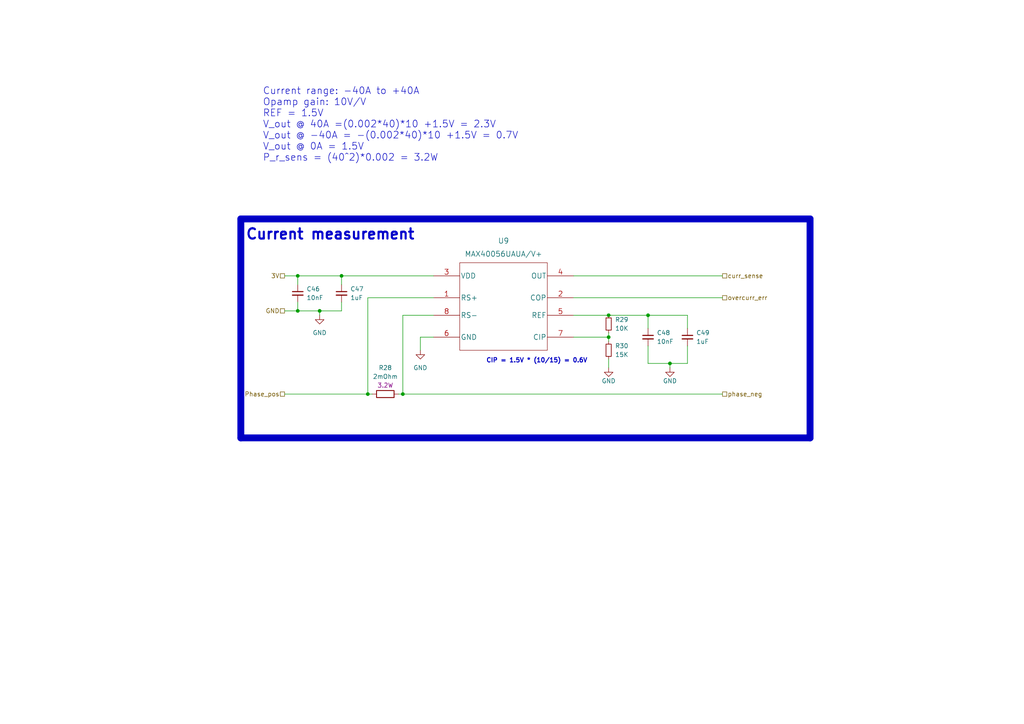
<source format=kicad_sch>
(kicad_sch (version 20211123) (generator eeschema)
  (paper "A4")
  (title_block (title "Current measurement") (date "2022-07-25") (rev "1"))
  (lib_symbols
    (symbol "Device:C_Small" (pin_numbers hide) (pin_names (offset 0.254) hide)
      (property "Reference" "C" (at 0.254 1.778 0))
      (property "Value" "C_Small" (at 0.254 -2.032 0))
      (symbol "C_Small_0_1"
        (polyline (pts (xy -1.524 -0.508) (xy 1.524 -0.508)) (stroke (width 0.3302)))
        (polyline (pts (xy -1.524 0.508) (xy 1.524 0.508)) (stroke (width 0.3048)))
      )
      (symbol "C_Small_1_1"
        (pin passive line (at 0 2.54 270) (length 2.032) (name "~") (number "1"))
        (pin passive line (at 0 -2.54 90) (length 2.032) (name "~") (number "2"))
      )
    )
    (symbol "Device:R" (pin_numbers hide) (pin_names (offset 0))
      (property "Reference" "R" (at 2.032 0 90))
      (property "Value" "R" (at 0 0 90))
      (symbol "R_0_1"
        (rectangle (start -1.016 -2.54) (end 1.016 2.54) (stroke (width 0.254)))
      )
      (symbol "R_1_1"
        (pin passive line (at 0 3.81 270) (length 1.27) (name "~") (number "1"))
        (pin passive line (at 0 -3.81 90) (length 1.27) (name "~") (number "2"))
      )
    )
    (symbol "Device:R_Small" (pin_numbers hide) (pin_names (offset 0.254) hide)
      (property "Reference" "R" (at 0.762 0.508 0))
      (property "Value" "R_Small" (at 0.762 -1.016 0))
      (symbol "R_Small_0_1"
        (rectangle (start -0.762 1.778) (end 0.762 -1.778) (stroke (width 0.2032)))
      )
      (symbol "R_Small_1_1"
        (pin passive line (at 0 2.54 270) (length 0.762) (name "~") (number "1"))
        (pin passive line (at 0 -2.54 90) (length 0.762) (name "~") (number "2"))
      )
    )
    (symbol "MAX40056UAUA:MAX40056UAUA{slash}V+" (pin_names (offset 0.254))
      (property "Reference" "U?" (at 20.32 11.43 0))
      (property "Value" "MAX40056UAUA/V+" (at 20.32 7.62 0))
      (symbol "MAX40056UAUA{slash}V+_1_1"
        (polyline (pts (xy 7.62 -20.32) (xy 33.02 -20.32)) (stroke (width 0.127)))
        (polyline (pts (xy 7.62 5.08) (xy 7.62 -20.32)) (stroke (width 0.127)))
        (polyline (pts (xy 33.02 -20.32) (xy 33.02 5.08)) (stroke (width 0.127)))
        (polyline (pts (xy 33.02 5.08) (xy 7.62 5.08)) (stroke (width 0.127)))
        (pin input line (at 0 -5.08 0) (length 7.62) (name "RS+") (number "1"))
        (pin output line (at 40.64 -5.08 180) (length 7.62) (name "COP") (number "2"))
        (pin power_in line (at 0 1.27 0) (length 7.62) (name "VDD") (number "3"))
        (pin output line (at 40.64 1.27 180) (length 7.62) (name "OUT") (number "4"))
        (pin output line (at 40.64 -10.16 180) (length 7.62) (name "REF") (number "5"))
        (pin power_in line (at 0 -16.51 0) (length 7.62) (name "GND") (number "6"))
        (pin input line (at 40.64 -16.51 180) (length 7.62) (name "CIP") (number "7"))
        (pin input line (at 0 -10.16 0) (length 7.62) (name "RS-") (number "8"))
      )
    )
    (symbol "power:GND" (power) (pin_names (offset 0))
      (property "Value" "GND" (at 0 -3.81 0))
      (symbol "GND_0_1"
        (polyline (pts (xy 0 0) (xy 0 -1.27) (xy 1.27 -1.27) (xy 0 -2.54) (xy -1.27 -1.27) (xy 0 -1.27)))
      )
      (symbol "GND_1_1"
        (pin power_in line (at 0 0 270) (length 0) hide (name "GND") (number "1"))
      )
    )
  )
  (junction (at 99.06 80.01))
  (junction (at 116.84 114.3))
  (junction (at 86.36 80.01))
  (junction (at 194.31 105.41))
  (junction (at 176.53 91.44))
  (junction (at 187.96 91.44))
  (junction (at 86.36 90.17))
  (junction (at 92.71 90.17))
  (junction (at 106.68 114.3))
  (junction (at 176.53 97.79))
  (wire (pts (xy 166.37 97.79) (xy 176.53 97.79)))
  (wire (pts (xy 125.73 97.79) (xy 121.92 97.79)))
  (polyline (pts (xy 234.95 127) (xy 234.95 63.5)) (stroke (width 2) (type solid)))
  (wire (pts (xy 106.68 86.36) (xy 125.73 86.36)))
  (wire (pts (xy 116.84 114.3) (xy 209.55 114.3)))
  (wire (pts (xy 176.53 104.14) (xy 176.53 106.68)))
  (wire (pts (xy 86.36 90.17) (xy 86.36 87.63)))
  (wire (pts (xy 86.36 80.01) (xy 99.06 80.01)))
  (wire (pts (xy 187.96 100.33) (xy 187.96 105.41)))
  (wire (pts (xy 92.71 90.17) (xy 92.71 91.44)))
  (wire (pts (xy 187.96 91.44) (xy 199.39 91.44)))
  (wire (pts (xy 106.68 114.3) (xy 106.68 86.36)))
  (wire (pts (xy 82.55 114.3) (xy 106.68 114.3)))
  (wire (pts (xy 176.53 91.44) (xy 187.96 91.44)))
  (wire (pts (xy 106.68 114.3) (xy 107.95 114.3)))
  (polyline (pts (xy 69.85 63.5) (xy 69.85 127)) (stroke (width 2) (type solid)))
  (wire (pts (xy 187.96 105.41) (xy 194.31 105.41)))
  (wire (pts (xy 92.71 90.17) (xy 86.36 90.17)))
  (wire (pts (xy 199.39 91.44) (xy 199.39 95.25)))
  (wire (pts (xy 199.39 100.33) (xy 199.39 105.41)))
  (wire (pts (xy 116.84 114.3) (xy 116.84 91.44)))
  (wire (pts (xy 82.55 90.17) (xy 86.36 90.17)))
  (wire (pts (xy 187.96 91.44) (xy 187.96 95.25)))
  (wire (pts (xy 115.57 114.3) (xy 116.84 114.3)))
  (polyline (pts (xy 69.85 127) (xy 234.95 127)) (stroke (width 2) (type solid)))
  (wire (pts (xy 86.36 80.01) (xy 86.36 82.55)))
  (wire (pts (xy 99.06 80.01) (xy 99.06 82.55)))
  (wire (pts (xy 176.53 96.52) (xy 176.53 97.79)))
  (wire (pts (xy 99.06 87.63) (xy 99.06 90.17)))
  (wire (pts (xy 99.06 90.17) (xy 92.71 90.17)))
  (wire (pts (xy 121.92 97.79) (xy 121.92 101.6)))
  (wire (pts (xy 176.53 97.79) (xy 176.53 99.06)))
  (wire (pts (xy 194.31 105.41) (xy 194.31 106.68)))
  (wire (pts (xy 166.37 86.36) (xy 209.55 86.36)))
  (wire (pts (xy 116.84 91.44) (xy 125.73 91.44)))
  (wire (pts (xy 82.55 80.01) (xy 86.36 80.01)))
  (wire (pts (xy 166.37 80.01) (xy 209.55 80.01)))
  (polyline (pts (xy 69.85 63.5) (xy 234.95 63.5)) (stroke (width 2) (type solid)))
  (wire (pts (xy 99.06 80.01) (xy 125.73 80.01)))
  (wire (pts (xy 166.37 91.44) (xy 176.53 91.44)))
  (wire (pts (xy 199.39 105.41) (xy 194.31 105.41)))
  (text "Current measurement" (at 71.12 69.85 0) (effects (font (size 3 3) bold) (justify left bottom)))
  (text "CIP = 1.5V * (10/15) = 0.6V" (at 140.97 105.41 0) (effects (font (size 1.27 1.27) bold) (justify left bottom)))
  (text "Current range: -40A to +40A\nOpamp gain: 10V/V\nREF = 1.5V\nV_out @ 40A =(0.002*40)*10 +1.5V = 2.3V\nV_out @ -40A = -(0.002*40)*10 +1.5V = 0.7V\nV_out @ 0A = 1.5V\nP_r_sens = (40^2)*0.002 = 3.2W" (at 76.2 46.99 0) (effects (font (size 2 2)) (justify left bottom)))
  (hierarchical_label "Phase_pos" (shape passive) (at 82.55 114.3 180))
  (hierarchical_label "curr_sense" (shape passive) (at 209.55 80.01 0))
  (hierarchical_label "GND" (shape passive) (at 82.55 90.17 180))
  (hierarchical_label "overcurr_err" (shape passive) (at 209.55 86.36 0))
  (hierarchical_label "phase_neg" (shape passive) (at 209.55 114.3 0))
  (hierarchical_label "3V" (shape passive) (at 82.55 80.01 180))
  (symbol (lib_id "power:GND") (at 92.71 91.44 0) (unit 1)
    (property "Reference" "#PWR089" (effects hide))
    (property "Value" "GND" (at 92.71 96.52 0))
  )
  (symbol (lib_id "Device:C_Small") (at 187.96 97.79 0) (unit 1)
    (property "Reference" "C48" (at 190.5 96.5262 0) (effects (justify left)))
    (property "Value" "10nF" (at 190.5 99.0662 0) (effects (justify left)))
    (property "Footprint" "Capacitor_SMD:C_0603_1608Metric" (effects hide))
  )
  (symbol (lib_id "Device:C_Small") (at 99.06 85.09 0) (unit 1)
    (property "Reference" "C47" (at 101.6 83.8262 0) (effects (justify left)))
    (property "Value" "1uF" (at 101.6 86.3662 0) (effects (justify left)))
    (property "Footprint" "Capacitor_SMD:C_0603_1608Metric" (effects hide))
  )
  (symbol (lib_id "Device:R") (at 111.76 114.3 90) (unit 1)
    (property "Reference" "R28" (at 111.76 106.68 90))
    (property "Value" "2mOhm" (at 111.76 109.22 90))
    (property "Footprint" "WSHP28182L000FEA:WSHM28185L000FEA" (effects hide))
    (property "Datasheet" "https://www.vishay.com/docs/30347/wshp2818.pdf" (effects hide))
    (property "P_rating" "3.2W" (at 111.76 111.76 90))
    (property "Part no" "WSHM28182L000FEA" (effects hide))
  )
  (symbol (lib_id "Device:R_Small") (at 176.53 93.98 0) (unit 1)
    (property "Reference" "R29" (at 180.34 92.71 0))
    (property "Value" "10K" (at 180.34 95.25 0))
    (property "Footprint" "Resistor_SMD:R_0603_1608Metric" (effects hide))
  )
  (symbol (lib_id "MAX40056UAUA:MAX40056UAUA{slash}V+") (at 125.73 81.28 0) (unit 1)
    (property "Reference" "U9" (at 146.05 69.85 0) (effects (font (size 1.524 1.524))))
    (property "Value" "MAX40056UAUA/V+" (at 146.05 73.66 0) (effects (font (size 1.524 1.524))))
    (property "Footprint" "MAX40056UAUA:MAX40056UAUA&slash_V&plus_" (effects hide))
    (property "Datasheet" "https://datasheets.maximintegrated.com/en/ds/MAX40056F-MAX40056U.pdf" (effects hide))
  )
  (symbol (lib_id "power:GND") (at 194.31 106.68 0) (unit 1)
    (property "Reference" "#PWR092" (effects hide))
    (property "Value" "GND" (at 194.31 110.49 0))
  )
  (symbol (lib_id "power:GND") (at 176.53 106.68 0) (unit 1)
    (property "Reference" "#PWR091" (effects hide))
    (property "Value" "GND" (at 176.53 110.49 0))
  )
  (symbol (lib_id "Device:C_Small") (at 86.36 85.09 0) (unit 1)
    (property "Reference" "C46" (at 88.9 83.8262 0) (effects (justify left)))
    (property "Value" "10nF" (at 88.9 86.3662 0) (effects (justify left)))
    (property "Footprint" "Capacitor_SMD:C_0603_1608Metric" (effects hide))
  )
  (symbol (lib_id "Device:R_Small") (at 176.53 101.6 0) (unit 1)
    (property "Reference" "R30" (at 180.34 100.33 0))
    (property "Value" "15K" (at 180.34 102.87 0))
    (property "Footprint" "Resistor_SMD:R_0603_1608Metric" (effects hide))
  )
  (symbol (lib_id "Device:C_Small") (at 199.39 97.79 0) (unit 1)
    (property "Reference" "C49" (at 201.93 96.5262 0) (effects (justify left)))
    (property "Value" "1uF" (at 201.93 99.0662 0) (effects (justify left)))
    (property "Footprint" "Capacitor_SMD:C_0603_1608Metric" (effects hide))
  )
  (symbol (lib_id "power:GND") (at 121.92 101.6 0) (unit 1)
    (property "Reference" "#PWR090" (effects hide))
    (property "Value" "GND" (at 121.92 106.68 0))
  )
)
</source>
